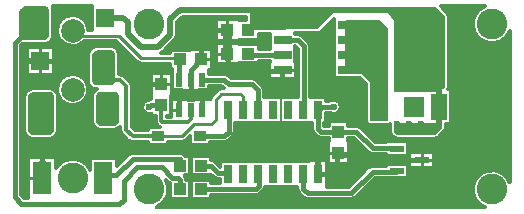
<source format=gtl>
G04 DesignSpark PCB Gerber Version 10.0 Build 5299*
G04 #@! TF.Part,Single*
G04 #@! TF.FileFunction,Copper,L1,Top*
G04 #@! TF.FilePolarity,Positive*
%FSLAX35Y35*%
%MOMM*%
G04 #@! TA.AperFunction,SMDPad,CuDef*
%ADD81R,0.60000X1.15000*%
%ADD85R,0.70000X1.52500*%
%ADD82R,1.00000X1.09000*%
%ADD28R,1.00000X1.60000*%
%ADD105R,1.40000X2.30000*%
%ADD29R,1.50000X1.60000*%
%ADD107R,1.60000X2.70000*%
%ADD106R,1.80000X1.80000*%
G04 #@! TD.AperFunction*
%ADD10C,0.20000*%
%ADD16C,0.25400*%
%ADD11C,0.30000*%
%ADD25C,0.38000*%
%ADD12C,0.38100*%
%ADD24C,0.50000*%
G04 #@! TA.AperFunction,ViaPad*
%ADD13C,0.60000*%
G04 #@! TD.AperFunction*
%ADD23C,0.80000*%
G04 #@! TA.AperFunction,ViaPad*
%ADD14C,2.00000*%
G04 #@! TA.AperFunction,WasherPad*
%ADD17C,2.60000*%
G04 #@! TA.AperFunction,SMDPad,CuDef*
%ADD108R,1.25000X0.60000*%
%ADD104R,1.52500X0.65000*%
%ADD77R,1.05000X0.85000*%
%ADD78R,1.09000X1.00000*%
G04 #@! TD.AperFunction*
X0Y0D02*
D02*
D10*
X886180Y1910280D02*
X879180Y1917280D01*
Y2149280D01*
X921180Y2181280D01*
X1093180D01*
X1117180Y2163230D01*
Y1934280D01*
X1093180Y1910280D01*
X886180D01*
G36*
X886180Y1910280D02*
X879180Y1917280D01*
Y2149280D01*
X921180Y2181280D01*
X1093180D01*
X1117180Y2163230D01*
Y1934280D01*
X1093180Y1910280D01*
X886180D01*
G37*
X1132180Y1108230D02*
X1156180Y1132230D01*
Y1432230D01*
X1139180Y1449230D01*
X978480D01*
X957480Y1428230D01*
Y1130230D01*
X979480Y1108230D01*
X1132180D01*
G36*
X1132180Y1108230D02*
X1156180Y1132230D01*
Y1432230D01*
X1139180Y1449230D01*
X978480D01*
X957480Y1428230D01*
Y1130230D01*
X979480Y1108230D01*
X1132180D01*
G37*
X1654180Y1527280D02*
X1519480D01*
X1493480Y1553280D01*
Y1775280D01*
X1529480Y1811280D01*
X1649230D01*
X1671180Y1789330D01*
Y1546280D01*
X1654180Y1527280D01*
G36*
X1654180Y1527280D02*
X1519480D01*
X1493480Y1553280D01*
Y1775280D01*
X1529480Y1811280D01*
X1649230D01*
X1671180Y1789330D01*
Y1546280D01*
X1654180Y1527280D01*
G37*
X1682180Y1186280D02*
X1706180Y1210280D01*
Y1432230D01*
X1689180Y1449230D01*
X1550180D01*
X1529180Y1428230D01*
Y1208280D01*
X1551180Y1186280D01*
X1682180D01*
G36*
X1682180Y1186280D02*
X1706180Y1210280D01*
Y1432230D01*
X1689180Y1449230D01*
X1550180D01*
X1529180Y1428230D01*
Y1208280D01*
X1551180Y1186280D01*
X1682180D01*
G37*
X2833180Y2007280D02*
X2840180Y2000280D01*
X3396180D01*
X3531180Y2135280D01*
X3991180D01*
X4051180Y2075280D01*
Y1498280D01*
X4074180Y1475280D01*
X4436180D01*
X4466180Y1505280D01*
Y2100280D01*
X4395180Y2171280D01*
X2833180D01*
Y2007280D01*
G36*
X2833180Y2007280D02*
X2840180Y2000280D01*
X3396180D01*
X3531180Y2135280D01*
X3991180D01*
X4051180Y2075280D01*
Y1498280D01*
X4074180Y1475280D01*
X4436180D01*
X4466180Y1505280D01*
Y2100280D01*
X4395180Y2171280D01*
X2833180D01*
Y2007280D01*
G37*
X3087180Y1646480D02*
Y967280D01*
X3985180Y1225280D02*
Y1994280D01*
X3920180Y2059280D01*
X3634180D01*
Y1625280D01*
X3770180D01*
X3848180Y1547280D01*
Y1225280D01*
X3985180D01*
G36*
X3985180Y1225280D02*
Y1994280D01*
X3920180Y2059280D01*
X3634180D01*
Y1625280D01*
X3770180D01*
X3848180Y1547280D01*
Y1225280D01*
X3985180D01*
G37*
X4053180Y1190280D02*
Y1127280D01*
X4070180Y1110280D01*
X4393180D01*
X4441180Y1158280D01*
Y1190280D01*
X4053180D01*
G36*
X4053180Y1190280D02*
Y1127280D01*
X4070180Y1110280D01*
X4393180D01*
X4441180Y1158280D01*
Y1190280D01*
X4053180D01*
G37*
D02*
D11*
X884230Y1856130D02*
Y592430D01*
X910330Y566330D01*
X942700D01*
Y912400D01*
X1183500D01*
Y819120D01*
G75*
G02*
X1471100Y802930I139630J-82140D01*
G01*
Y904000D01*
X1695100D01*
Y831700D01*
X1795770Y932370D01*
G75*
G02*
X1831880Y947330I36110J-36090D01*
G01*
X2234230D01*
G75*
G02*
X2279950Y919000I0J-51050D01*
G01*
X2320700D01*
Y755000D01*
X2271610D01*
G75*
G02*
X2285280Y720230I-37380J-34770D01*
G01*
Y719000D01*
X2320700D01*
Y555000D01*
X2147700D01*
Y688090D01*
G75*
G02*
X2131070Y699190I19480J47200D01*
G01*
X2114910Y715360D01*
G75*
G02*
X2035050Y487280I-141780J-78380D01*
G01*
X4811210D01*
G75*
G02*
X4711130Y636980I61920J149700D01*
G01*
G75*
G02*
X5023180Y698050I162000J0D01*
G01*
Y1975910D01*
G75*
G02*
X4711130Y2036980I-150050J61070D01*
G01*
G75*
G02*
X4812680Y2187280I162000J0D01*
G01*
X4439680D01*
X4496390Y2130570D01*
G75*
G02*
X4508960Y2100280I-30210J-30290D01*
G01*
Y1505280D01*
G75*
G02*
X4503290Y1484000I-42780J0D01*
G01*
X4530100D01*
Y1190000D01*
X4483960D01*
Y1158280D01*
G75*
G02*
X4471390Y1127990I-42780J0D01*
G01*
X4423470Y1080070D01*
G75*
G02*
X4393180Y1067500I-30290J30210D01*
G01*
X4070270D01*
G75*
G02*
X4039930Y1080030I-90J42780D01*
G01*
X4022930Y1097030D01*
G75*
G02*
X4010400Y1127280I30250J30250D01*
G01*
G75*
G02*
Y1127300I18790J10D01*
G01*
G75*
G02*
Y1127370I21800J40D01*
G01*
Y1190000D01*
X4009380D01*
G75*
G02*
X3985180Y1182500I-24200J35290D01*
G01*
X3848180D01*
G75*
G02*
X3823980Y1190000I0J42790D01*
G01*
X3816100D01*
Y1196980D01*
G75*
G02*
X3805400Y1225280I32080J28300D01*
G01*
Y1529560D01*
X3752600Y1582360D01*
Y1582000D01*
X3536100D01*
Y2079700D01*
X3426470Y1970070D01*
G75*
G02*
X3396180Y1957500I-30290J30210D01*
G01*
X3210200D01*
Y1951550D01*
X3229980D01*
G75*
G02*
X3266090Y1936590I0J-51050D01*
G01*
X3319290Y1883390D01*
G75*
G02*
X3334250Y1847280I-36090J-36110D01*
G01*
Y1416700D01*
X3471200D01*
Y1388030D01*
X3497000D01*
G75*
G02*
X3594180Y1336980I35180J-51050D01*
G01*
G75*
G02*
X3497000Y1285930I-62000J0D01*
G01*
X3471200D01*
Y1200200D01*
X3454250D01*
Y1177250D01*
X3491200D01*
Y1212700D01*
X3655200D01*
Y1177250D01*
X3724280D01*
G75*
G02*
X3760390Y1162290I0J-51050D01*
G01*
X3884330Y1038350D01*
X3973700D01*
Y1044300D01*
X4162700D01*
Y920300D01*
X3973700D01*
Y936250D01*
X3863180D01*
G75*
G02*
X3827070Y951210I0J51050D01*
G01*
X3703130Y1075150D01*
X3655200D01*
Y1043300D01*
X3663600D01*
Y853500D01*
X3482800D01*
Y1043300D01*
X3491200D01*
Y1075150D01*
X3424280D01*
G75*
G02*
X3388170Y1090110I0J51050D01*
G01*
X3367110Y1111170D01*
G75*
G02*
X3352150Y1147280I36090J36110D01*
G01*
Y1200200D01*
X2694250D01*
Y1127280D01*
G75*
G02*
X2679280Y1091160I-51060J0D01*
G01*
X2638960Y1050880D01*
G75*
G02*
X2602860Y1035950I-36070J36120D01*
G01*
X2487600D01*
Y1012500D01*
X2318600D01*
Y1089480D01*
X2284490Y1055370D01*
G75*
G02*
X2252820Y1042280I-31610J31620D01*
G01*
X2127600D01*
Y1012500D01*
X1958600D01*
Y1035980D01*
X1830570D01*
G75*
G02*
X1794420Y1050920I-80J51000D01*
G01*
X1738120Y1107220D01*
G75*
G02*
X1723180Y1143280I36060J36060D01*
G01*
G75*
G02*
Y1143300I17630J10D01*
G01*
G75*
G02*
Y1143370I20570J40D01*
G01*
Y1166780D01*
X1712430Y1156030D01*
G75*
G02*
X1682090Y1143500I-30250J30250D01*
G01*
X1551180D01*
G75*
G02*
X1520890Y1156070I0J42780D01*
G01*
X1498970Y1177990D01*
G75*
G02*
X1486400Y1208280I30210J30290D01*
G01*
Y1428230D01*
G75*
G02*
X1491500Y1448490I42790J0D01*
G01*
Y1464200D01*
X1504650D01*
X1519890Y1479440D01*
G75*
G02*
X1525970Y1484500I30290J-30210D01*
G01*
X1519480D01*
G75*
G02*
X1504830Y1487090I10J42780D01*
G01*
G75*
G02*
X1458750Y1528310I4000J50840D01*
G01*
G75*
G02*
X1450700Y1553280I34730J24980D01*
G01*
Y1775280D01*
G75*
G02*
X1463270Y1805570I42780J0D01*
G01*
X1499190Y1841490D01*
G75*
G02*
X1529480Y1854060I30290J-30210D01*
G01*
X1649230D01*
G75*
G02*
X1679520Y1841490I0J-42780D01*
G01*
X1686810Y1834200D01*
X1705500D01*
Y1814870D01*
G75*
G02*
X1713960Y1789330I-34320J-25540D01*
G01*
Y1610280D01*
X1727090D01*
G75*
G02*
X1763240Y1595340I80J-51000D01*
G01*
X1810240Y1548340D01*
G75*
G02*
X1825180Y1512280I-36060J-36060D01*
G01*
G75*
G02*
Y1512260I-17630J-10D01*
G01*
G75*
G02*
Y1512190I-20570J-30D01*
G01*
Y1164410D01*
X1851610Y1137980D01*
X1958600D01*
Y1161500D01*
X2062720D01*
G75*
G02*
X2048950Y1171050I19480J42790D01*
G01*
X2039900Y1180100D01*
G75*
G02*
X2026130Y1213330I33230J33240D01*
G01*
G75*
G02*
Y1213360I31250J20D01*
G01*
G75*
G02*
Y1213430I24310J40D01*
G01*
Y1261600D01*
X1991100D01*
Y1277620D01*
G75*
G02*
X1911110Y1336980I-17970J59360D01*
G01*
G75*
G02*
X1978300Y1398780I62020J0D01*
G01*
G75*
G02*
X1984230Y1399130I5970J-50700D01*
G01*
X1991100D01*
Y1431000D01*
X1982700D01*
Y1620800D01*
X2163500D01*
Y1431000D01*
X2155100D01*
Y1261600D01*
X2120130D01*
Y1251280D01*
X2157700D01*
Y1405200D01*
X2298500D01*
Y1396800D01*
X2347700D01*
Y1405200D01*
X2488500D01*
Y1398620D01*
G75*
G02*
X2501570Y1428890I44680J-1330D01*
G01*
X2551570Y1478890D01*
G75*
G02*
X2583240Y1491980I31610J-31620D01*
G01*
X2606280D01*
X2582030Y1516230D01*
X2480100D01*
Y1477800D01*
X2393500D01*
Y1469400D01*
X2252700D01*
Y1477800D01*
X2166100D01*
Y1655200D01*
X2147700D01*
Y1702580D01*
X1903240D01*
G75*
G02*
X1871570Y1715670I-60J44710D01*
G01*
X1693610Y1893630D01*
X1421200D01*
G75*
G02*
X1191130Y1981980I-98070J88350D01*
G01*
G75*
G02*
X1455130Y1983030I132000J0D01*
G01*
X1491500D01*
Y2187280D01*
X1155500D01*
Y2182250D01*
G75*
G02*
X1159960Y2163230I-38320J-19020D01*
G01*
Y1934370D01*
G75*
G02*
Y1934300I-21800J-30D01*
G01*
G75*
G02*
Y1934280I-18790J-10D01*
G01*
G75*
G02*
X1147430Y1904030I-42780J0D01*
G01*
X1123430Y1880030D01*
G75*
G02*
X1093090Y1867500I-30250J30250D01*
G01*
X895600D01*
X884230Y1856130D01*
X4175300Y957700D02*
X4381100D01*
Y816900D01*
X4175300D01*
Y957700D01*
X3973700Y854300D02*
X4162700D01*
Y730300D01*
X3973700D01*
Y736230D01*
X3884330D01*
X3719290Y571190D01*
G75*
G02*
X3683180Y556230I-36110J36090D01*
G01*
X3313180D01*
G75*
G02*
X3277070Y571190I0J51050D01*
G01*
X3241090Y607170D01*
G75*
G02*
X3226130Y643280I36090J36110D01*
G01*
Y657800D01*
X2953360D01*
G75*
G02*
X2939220Y631100I-50160J9470D01*
G01*
X2909010Y600930D01*
G75*
G02*
X2872880Y585950I-36130J36070D01*
G01*
X2498500D01*
Y555000D01*
X2325500D01*
Y719000D01*
X2498500D01*
Y688050D01*
X2575200D01*
Y726250D01*
X2553180D01*
G75*
G02*
X2517070Y741210I0J51050D01*
G01*
X2498500Y759780D01*
Y755000D01*
X2325500D01*
Y919000D01*
X2498500D01*
Y887800D01*
G75*
G02*
X2529590Y873090I-5010J-50810D01*
G01*
X2574330Y828350D01*
X2575200D01*
Y874300D01*
X3328800D01*
Y882700D01*
X3479600D01*
Y658330D01*
X3662030D01*
X3827070Y823370D01*
G75*
G02*
X3863180Y838330I36110J-36090D01*
G01*
X3973700D01*
Y854300D01*
X1191580Y1482280D02*
G75*
G02*
X1455580I132000J0D01*
G01*
G75*
G02*
X1197680Y1442620I-132000J0D01*
G01*
G75*
G02*
X1198960Y1432230I-41520J-10390D01*
G01*
G75*
G02*
Y1432210I-18790J-10D01*
G01*
G75*
G02*
Y1432140I-21800J-30D01*
G01*
Y1132320D01*
G75*
G02*
Y1132250I-21800J-30D01*
G01*
G75*
G02*
Y1132230I-18790J-10D01*
G01*
G75*
G02*
X1186430Y1101980I-42780J0D01*
G01*
X1162430Y1077980D01*
G75*
G02*
X1132090Y1065450I-30250J30250D01*
G01*
X979480D01*
G75*
G02*
X949190Y1078020I0J42780D01*
G01*
X927270Y1099940D01*
G75*
G02*
X914700Y1130230I30210J30290D01*
G01*
Y1428230D01*
G75*
G02*
X927270Y1458520I42780J0D01*
G01*
X948190Y1479440D01*
G75*
G02*
X978480Y1492010I30290J-30210D01*
G01*
X1139090D01*
G75*
G02*
X1169430Y1479480I90J-42780D01*
G01*
X1186430Y1462480D01*
G75*
G02*
X1196570Y1446330I-30250J-30250D01*
G01*
G75*
G02*
X1191580Y1482280I127010J35950D01*
G01*
X933100Y1842600D02*
X1163900D01*
Y1601800D01*
X933100D01*
Y1842600D01*
X899230Y887300D02*
G36*
X899230Y887300D02*
Y577430D01*
X910330Y566330D01*
X942700D01*
Y887300D01*
X899230D01*
G37*
X1183500D02*
G36*
X1183500Y887300D02*
Y819120D01*
G75*
G02*
X1262740Y887300I139630J-82150D01*
G01*
X1183500D01*
G37*
X1383520D02*
G36*
X1383520Y887300D02*
G75*
G02*
X1471100Y802930I-60390J-150330D01*
G01*
Y887300D01*
X1383520D01*
G37*
X1695100D02*
G36*
X1695100Y887300D02*
Y831700D01*
X1750700Y887300D01*
X1695100D01*
G37*
X2131070Y699190D02*
G36*
X2131070Y699190D02*
X2114910Y715360D01*
G75*
G02*
X2135130Y636980I-141800J-78380D01*
G01*
G75*
G02*
X2063130Y502280I-162000J0D01*
G01*
X4783120D01*
G75*
G02*
X4711130Y636960I89980J134680D01*
G01*
G75*
G02*
Y636980I190990J10D01*
G01*
G75*
G02*
Y636990I286480J10D01*
G01*
G75*
G02*
X5008180Y726460I162000J0D01*
G01*
Y887300D01*
X4381100D01*
Y816900D01*
X4175300D01*
Y887300D01*
X3663600D01*
Y853500D01*
X3482800D01*
Y887300D01*
X2502180D01*
G75*
G02*
X2529590Y873090I-8710J-50340D01*
G01*
X2574330Y828350D01*
X2575200D01*
Y874300D01*
X3328800D01*
Y882700D01*
X3479600D01*
Y658330D01*
X3662030D01*
X3827070Y823370D01*
G75*
G02*
X3863180Y838330I36130J-36140D01*
G01*
X3973700D01*
Y854300D01*
X4162700D01*
Y730300D01*
X3973700D01*
Y736230D01*
X3884330D01*
X3719290Y571190D01*
G75*
G02*
X3683180Y556230I-36130J36140D01*
G01*
X3313180D01*
G75*
G02*
X3277070Y571190I20J51100D01*
G01*
X3241090Y607170D01*
G75*
G02*
X3226130Y643280I36140J36130D01*
G01*
Y657800D01*
X2953360D01*
G75*
G02*
X2939220Y631100I-50170J9480D01*
G01*
X2909010Y600930D01*
G75*
G02*
X2872880Y585950I-36110J36020D01*
G01*
X2498500D01*
Y555000D01*
X2325500D01*
Y719000D01*
X2498500D01*
Y688050D01*
X2575200D01*
Y726250D01*
X2553180D01*
G75*
G02*
X2517070Y741210I20J51100D01*
G01*
X2498500Y759780D01*
Y755000D01*
X2325500D01*
Y887300D01*
X2320700D01*
Y755000D01*
X2271610D01*
G75*
G02*
X2285280Y720230I-37380J-34770D01*
G01*
Y719000D01*
X2320700D01*
Y555000D01*
X2147700D01*
Y688090D01*
G75*
G02*
X2131070Y699190I19590J47350D01*
G01*
G37*
X899230Y1339860D02*
G36*
X899230Y1339860D02*
Y887300D01*
X942700D01*
Y912400D01*
X1183500D01*
Y887300D01*
X1262740D01*
G75*
G02*
X1383520I60390J-150330D01*
G01*
X1471100D01*
Y904000D01*
X1695100D01*
Y887300D01*
X1750700D01*
X1795770Y932370D01*
G75*
G02*
X1831880Y947330I36130J-36140D01*
G01*
X2234230D01*
G75*
G02*
X2279950Y919000I-20J-51080D01*
G01*
X2320700D01*
Y887300D01*
X2325500D01*
Y919000D01*
X2498500D01*
Y887800D01*
G75*
G02*
X2502180Y887300I-5030J-50830D01*
G01*
X3482800D01*
Y1043300D01*
X3491200D01*
Y1075150D01*
X3424280D01*
G75*
G02*
X3388170Y1090110I20J51100D01*
G01*
X3367110Y1111170D01*
G75*
G02*
X3352150Y1147280I36140J36130D01*
G01*
Y1200200D01*
X2694250D01*
Y1127280D01*
G75*
G02*
X2679280Y1091160I-51060J0D01*
G01*
X2638960Y1050880D01*
G75*
G02*
X2602860Y1035950I-36110J36200D01*
G01*
X2487600D01*
Y1012500D01*
X2318600D01*
Y1089480D01*
X2284490Y1055370D01*
G75*
G02*
X2252820Y1042280I-31610J31610D01*
G01*
X2127600D01*
Y1012500D01*
X1958600D01*
Y1035980D01*
X1830570D01*
G75*
G02*
X1794420Y1050920I-60J51060D01*
G01*
X1738120Y1107220D01*
G75*
G02*
X1723180Y1143260I36000J36040D01*
G01*
G75*
G02*
Y1143280I49820J10D01*
G01*
Y1143300D01*
Y1143370D01*
Y1166780D01*
X1712430Y1156030D01*
G75*
G02*
X1682090Y1143500I-30250J30260D01*
G01*
X1551180D01*
G75*
G02*
X1520890Y1156070I10J42800D01*
G01*
X1498970Y1177990D01*
G75*
G02*
X1486400Y1208280I30230J30300D01*
G01*
Y1339860D01*
X1198960D01*
Y1132320D01*
Y1132250D01*
Y1132230D01*
G75*
G02*
X1186430Y1101980I-42830J20D01*
G01*
X1162430Y1077980D01*
G75*
G02*
X1132090Y1065450I-30250J30260D01*
G01*
X979480D01*
G75*
G02*
X949190Y1078020I10J42800D01*
G01*
X927270Y1099940D01*
G75*
G02*
X914700Y1130230I30230J30300D01*
G01*
Y1339860D01*
X899230D01*
G37*
X1825180D02*
G36*
X1825180Y1339860D02*
Y1164410D01*
X1851610Y1137980D01*
X1958600D01*
Y1161500D01*
X2062720D01*
G75*
G02*
X2048950Y1171050I19660J43050D01*
G01*
X2039900Y1180100D01*
G75*
G02*
X2026130Y1213330I33250J33250D01*
G01*
Y1213360D01*
Y1213430D01*
Y1261600D01*
X1991100D01*
Y1277620D01*
G75*
G02*
X1911110Y1336980I-17960J59370D01*
G01*
G75*
G02*
X1911180Y1339860I62040J-70D01*
G01*
X1825180D01*
G37*
X2120130Y1261600D02*
G36*
X2120130Y1261600D02*
Y1251280D01*
X2157700D01*
Y1339860D01*
X2155100D01*
Y1261600D01*
X2120130D01*
G37*
X3454250Y1200200D02*
G36*
X3454250Y1200200D02*
Y1177250D01*
X3491200D01*
Y1212700D01*
X3655200D01*
Y1177250D01*
X3724280D01*
G75*
G02*
X3760390Y1162290I-20J-51100D01*
G01*
X3884330Y1038350D01*
X3973700D01*
Y1044300D01*
X4162700D01*
Y920300D01*
X3973700D01*
Y936250D01*
X3863180D01*
G75*
G02*
X3827070Y951210I20J51100D01*
G01*
X3703130Y1075150D01*
X3655200D01*
Y1043300D01*
X3663600D01*
Y887300D01*
X4175300D01*
Y957700D01*
X4381100D01*
Y887300D01*
X5008180D01*
Y1339860D01*
X4530100D01*
Y1190000D01*
X4483960D01*
Y1158280D01*
G75*
G02*
X4471390Y1127990I-42800J10D01*
G01*
X4423470Y1080070D01*
G75*
G02*
X4393180Y1067500I-30300J30230D01*
G01*
X4070270D01*
G75*
G02*
X4039930Y1080030I-90J42790D01*
G01*
X4022930Y1097030D01*
G75*
G02*
X4010400Y1127280I30300J30270D01*
G01*
Y1127300D01*
Y1127370D01*
Y1190000D01*
X4009380D01*
G75*
G02*
X3985180Y1182500I-24210J35320D01*
G01*
X3848180D01*
G75*
G02*
X3823980Y1190000I10J42820D01*
G01*
X3816100D01*
Y1196980D01*
G75*
G02*
X3805400Y1225250I32000J28270D01*
G01*
G75*
G02*
Y1225280I49110J20D01*
G01*
Y1339860D01*
X3594110D01*
G75*
G02*
X3594180Y1336980I-61990J-2950D01*
G01*
G75*
G02*
X3497000Y1285930I-62000J0D01*
G01*
X3471200D01*
Y1200200D01*
X3454250D01*
G37*
X899230Y1722200D02*
G36*
X899230Y1722200D02*
Y1339860D01*
X914700D01*
Y1428230D01*
G75*
G02*
X927270Y1458520I42800J-10D01*
G01*
X948190Y1479440D01*
G75*
G02*
X978480Y1492010I30300J-30230D01*
G01*
X1139090D01*
G75*
G02*
X1169430Y1479480I90J-42790D01*
G01*
X1186430Y1462480D01*
G75*
G02*
X1196570Y1446330I-30240J-30240D01*
G01*
G75*
G02*
X1191580Y1482230I126630J35900D01*
G01*
G75*
G02*
Y1482280I124560J30D01*
G01*
G75*
G02*
X1455580I132000J0D01*
G01*
G75*
G02*
X1197680Y1442620I-132000J10D01*
G01*
G75*
G02*
X1198960Y1432240I-41440J-10380D01*
G01*
G75*
G02*
Y1432230I-40930J0D01*
G01*
Y1432210D01*
Y1432140D01*
Y1339860D01*
X1486400D01*
Y1428230D01*
G75*
G02*
Y1428270I39510J20D01*
G01*
G75*
G02*
X1491500Y1448490I42630J0D01*
G01*
Y1464200D01*
X1504650D01*
X1519890Y1479440D01*
G75*
G02*
X1525970Y1484500I30120J-30010D01*
G01*
X1519480D01*
G75*
G02*
X1504830Y1487090I-30J42560D01*
G01*
G75*
G02*
X1458750Y1528310I4000J50830D01*
G01*
G75*
G02*
X1450700Y1553260I34640J24950D01*
G01*
G75*
G02*
Y1553280I47750J10D01*
G01*
Y1722200D01*
X1163900D01*
Y1601800D01*
X933100D01*
Y1722200D01*
X899230D01*
G37*
X1713960D02*
G36*
X1713960Y1722200D02*
Y1610280D01*
X1727090D01*
G75*
G02*
X1763240Y1595340I60J-51060D01*
G01*
X1810240Y1548340D01*
G75*
G02*
X1825180Y1512300I-36000J-36040D01*
G01*
G75*
G02*
Y1512280I-49820J-10D01*
G01*
Y1512260D01*
Y1512190D01*
Y1339860D01*
X1911180D01*
G75*
G02*
X1978300Y1398780I61950J-2880D01*
G01*
G75*
G02*
X1984230Y1399130I6010J-51500D01*
G01*
X1991100D01*
Y1431000D01*
X1982700D01*
Y1620800D01*
X2163500D01*
Y1431000D01*
X2155100D01*
Y1339860D01*
X2157700D01*
Y1405200D01*
X2298500D01*
Y1396800D01*
X2347700D01*
Y1405200D01*
X2488500D01*
Y1398620D01*
G75*
G02*
X2501570Y1428890I44680J-1330D01*
G01*
X2551570Y1478890D01*
G75*
G02*
X2583240Y1491980I31610J-31610D01*
G01*
X2606280D01*
X2582030Y1516230D01*
X2480100D01*
Y1477800D01*
X2393500D01*
Y1469400D01*
X2252700D01*
Y1477800D01*
X2166100D01*
Y1655200D01*
X2147700D01*
Y1702580D01*
X1903240D01*
G75*
G02*
X1871570Y1715670I-60J44700D01*
G01*
X1865040Y1722200D01*
X1713960D01*
G37*
X3334250D02*
G36*
X3334250Y1722200D02*
Y1416700D01*
X3471200D01*
Y1388030D01*
X3497000D01*
G75*
G02*
X3594110Y1339860I35180J-51050D01*
G01*
X3805400D01*
Y1529560D01*
X3752600Y1582360D01*
Y1582000D01*
X3536100D01*
Y1722200D01*
X3334250D01*
G37*
X4508960D02*
G36*
X4508960Y1722200D02*
Y1505280D01*
G75*
G02*
Y1505270I-40930J0D01*
G01*
G75*
G02*
X4503290Y1484000I-42730J0D01*
G01*
X4530100D01*
Y1339860D01*
X5008180D01*
Y1722200D01*
X4508960D01*
G37*
X899230Y1867500D02*
G36*
X899230Y1867500D02*
Y1722200D01*
X933100D01*
Y1842600D01*
X1163900D01*
Y1722200D01*
X1450700D01*
Y1775280D01*
G75*
G02*
X1463270Y1805570I42800J-10D01*
G01*
X1499190Y1841490D01*
G75*
G02*
X1529480Y1854060I30300J-30230D01*
G01*
X1649230D01*
G75*
G02*
X1679520Y1841490I-10J-42800D01*
G01*
X1686810Y1834200D01*
X1705500D01*
Y1814870D01*
G75*
G02*
X1713960Y1789330I-34340J-25540D01*
G01*
Y1722200D01*
X1865040D01*
X1693610Y1893630D01*
X1421200D01*
G75*
G02*
X1191130Y1981970I-98070J88340D01*
G01*
G75*
G02*
Y1981980I286480J10D01*
G01*
G75*
G02*
X1455130Y1983030I132000J0D01*
G01*
X1491500D01*
Y2172280D01*
X1158990D01*
G75*
G02*
X1159960Y2163230I-41820J-9060D01*
G01*
Y1934370D01*
Y1934300D01*
Y1934280D01*
G75*
G02*
X1147430Y1904030I-42830J20D01*
G01*
X1123430Y1880030D01*
G75*
G02*
X1093090Y1867500I-30250J30260D01*
G01*
X899230D01*
G37*
X3210200Y1957500D02*
G36*
X3210200Y1957500D02*
Y1951550D01*
X3229980D01*
G75*
G02*
X3266090Y1936590I-20J-51100D01*
G01*
X3319290Y1883390D01*
G75*
G02*
X3334250Y1847280I-36140J-36130D01*
G01*
Y1722200D01*
X3536100D01*
Y2079700D01*
X3426470Y1970070D01*
G75*
G02*
X3396180Y1957500I-30300J30230D01*
G01*
X3210200D01*
G37*
X4454680Y2172280D02*
G36*
X4454680Y2172280D02*
X4496390Y2130570D01*
G75*
G02*
X4508960Y2100280I-30230J-30300D01*
G01*
Y1722200D01*
X5008180D01*
Y1947500D01*
G75*
G02*
X4711130Y2036970I-135050J89470D01*
G01*
G75*
G02*
Y2036980I572960J10D01*
G01*
G75*
G02*
X4784040Y2172280I162030J-20D01*
G01*
X4454680D01*
G37*
X2086490Y1802970D02*
G75*
G02*
X2071030Y1791980I-40290J40310D01*
G01*
X2147700D01*
Y1819200D01*
X2317100D01*
Y1827600D01*
X2506900D01*
Y1646800D01*
X2480100D01*
Y1618330D01*
X2603180D01*
G75*
G02*
X2639290Y1603370I0J-51050D01*
G01*
X2664330Y1578330D01*
X2843180D01*
G75*
G02*
X2879290Y1563370I0J-51050D01*
G01*
X2929270Y1513390D01*
G75*
G02*
X2944230Y1477280I-36090J-36110D01*
G01*
Y1416700D01*
X3232150D01*
Y1826130D01*
X3210200Y1848080D01*
Y1719400D01*
X3218600D01*
Y1573600D01*
X2985300D01*
Y1719400D01*
X2993700D01*
Y1726250D01*
X2898500D01*
Y1705000D01*
X2729100D01*
Y1696600D01*
X2539300D01*
Y1877400D01*
X2729100D01*
Y1869000D01*
X2898500D01*
Y1828350D01*
X2993700D01*
Y1955280D01*
X2898500D01*
Y1905000D01*
X2729100D01*
Y1896600D01*
X2539300D01*
Y2077400D01*
X2729100D01*
Y2069000D01*
X2790400D01*
Y2100280D01*
X2253790D01*
X2208180Y2054670D01*
Y1948280D01*
G75*
G02*
X2191490Y1907970I-57000J-10D01*
G01*
X2086490Y1802970D01*
G36*
X2086490Y1802970D02*
G75*
G02*
X2071030Y1791980I-40290J40310D01*
G01*
X2147700D01*
Y1819200D01*
X2317100D01*
Y1827600D01*
X2506900D01*
Y1646800D01*
X2480100D01*
Y1618330D01*
X2603180D01*
G75*
G02*
X2639290Y1603370I0J-51050D01*
G01*
X2664330Y1578330D01*
X2843180D01*
G75*
G02*
X2879290Y1563370I0J-51050D01*
G01*
X2929270Y1513390D01*
G75*
G02*
X2944230Y1477280I-36090J-36110D01*
G01*
Y1416700D01*
X3232150D01*
Y1826130D01*
X3210200Y1848080D01*
Y1719400D01*
X3218600D01*
Y1573600D01*
X2985300D01*
Y1719400D01*
X2993700D01*
Y1726250D01*
X2898500D01*
Y1705000D01*
X2729100D01*
Y1696600D01*
X2539300D01*
Y1877400D01*
X2729100D01*
Y1869000D01*
X2898500D01*
Y1828350D01*
X2993700D01*
Y1955280D01*
X2898500D01*
Y1905000D01*
X2729100D01*
Y1896600D01*
X2539300D01*
Y2077400D01*
X2729100D01*
Y2069000D01*
X2790400D01*
Y2100280D01*
X2253790D01*
X2208180Y2054670D01*
Y1948280D01*
G75*
G02*
X2191490Y1907970I-57000J-10D01*
G01*
X2086490Y1802970D01*
G37*
X2323130Y1307280D02*
Y1229230D01*
X2298180Y1204280D01*
X2082180D01*
X2073130Y1213330D01*
Y1348080D01*
D02*
D12*
X1048480Y1722230D02*
X1318130D01*
X1453180Y1857280D01*
X1703180D01*
X1883180Y1677280D01*
Y1567280D01*
X1923180Y1527280D01*
X2071730D01*
X2073130Y1525880D01*
X1060180Y852280D02*
Y966980D01*
X2073130Y1348080D02*
X1984230D01*
X1973130Y1336980D01*
X2228130Y1307280D02*
Y1418280D01*
X2253180D01*
X2228130Y1567280D02*
Y1731130D01*
X2234230Y1737230D01*
Y636980D02*
Y720230D01*
X2219180Y735280D01*
X2167180D01*
X2076180Y826280D01*
X1871180D01*
X1755180Y710280D01*
Y550280D01*
X1720180Y515280D01*
X889180D01*
X833180Y571280D01*
Y1877280D01*
X904180Y1948280D01*
X918180D01*
X2234230Y836980D02*
Y896280D01*
X1831880D01*
X1691880Y756280D01*
X1602430D01*
X1583130Y736980D01*
X2253180Y1418280D02*
X2323130D01*
Y1567280D02*
Y1418280D01*
Y1567280D02*
Y1648330D01*
X2412030Y1737230D01*
X2403130Y1086980D02*
X2602880D01*
X2643180Y1127280D01*
Y1307480D01*
X2642180Y1308480D01*
X2412030Y636980D02*
X2872880D01*
X2903180Y667280D01*
Y759080D01*
X2896180Y766080D01*
X2412030Y836980D02*
X2493480D01*
X2553180Y777280D01*
X2630980D01*
X2642180Y766080D01*
X2412030Y1737230D02*
Y1949130D01*
X2451180Y1988280D01*
X2658580D01*
X2657280Y1986980D01*
X2634230D01*
X2418130Y1307280D02*
Y1398330D01*
X2398180Y1418280D01*
X2323130D01*
X2418130Y1567280D02*
X2603180D01*
X2643180Y1527280D01*
X2843180D01*
X2893180Y1477280D01*
Y1311480D01*
X2896180Y1308480D01*
X2627180Y1834930D02*
X2634230Y1827880D01*
Y1786980D01*
Y1986980D02*
X2608830Y1951630D01*
X2627180Y1933280D01*
X2877930Y2027280D02*
X2812030Y1986980D01*
X3101930Y1646480D02*
Y1637280D01*
X2650980D01*
X2635180Y1653080D01*
Y1739030D01*
X2634230Y1739980D01*
Y1786980D01*
X3101930Y1773480D02*
Y1777280D01*
X2808730D01*
X2812030Y1780580D01*
Y1786980D01*
X3101930Y1900480D02*
X3229980D01*
X3283180Y1847280D01*
Y1314480D01*
X3277180Y1308480D01*
X3101930Y2027480D02*
Y2157280D01*
X3277180Y766080D02*
Y643280D01*
X3313180Y607280D01*
X3683180D01*
X3863180Y787280D01*
X4063180D01*
X4068180Y792280D01*
X3404180Y766080D02*
X3531980D01*
X3563180Y797280D01*
Y938380D01*
X3573180Y948380D01*
X3532180Y1336980D02*
X3432680D01*
X3404180Y1308480D01*
X3573180Y1126180D02*
X3424280D01*
X3403180Y1147280D01*
Y1307480D01*
X3404180Y1308480D01*
X3573180Y1126180D02*
X3724280D01*
X3863180Y987280D01*
X4063180D01*
X4068180Y982280D01*
X3644330Y1773480D02*
Y1646480D01*
Y1900480D02*
Y1773480D01*
Y2027480D02*
Y1900480D01*
X3918130Y1336980D02*
Y1645280D01*
X4073130Y1486980D02*
X4173130D01*
X4273130D01*
X4178180Y1125880D02*
X4074180D01*
Y1185930D01*
X4073130Y1186980D01*
X4178180Y1125880D02*
Y1181930D01*
X4173130Y1186980D01*
X4178180Y1125880D02*
X4274180D01*
Y1185930D01*
X4273130Y1186980D01*
X4274180Y1125880D02*
X4385780D01*
X4422180Y1162280D01*
X4278180Y887280D02*
X3813180D01*
X3773180Y927280D01*
X3594280D01*
X3573180Y948380D01*
X4422180Y1331030D02*
X4428130Y1336980D01*
X4423180Y1487280D02*
X4273430D01*
X4273130Y1486980D01*
D02*
D13*
X1973130Y1336980D03*
X3532180D03*
X4073130Y1186980D03*
Y1486980D03*
X4173130Y1186980D03*
Y1486980D03*
X4273130Y1186980D03*
Y1486980D03*
D02*
D14*
X1323130Y1981980D03*
X1323580Y1482280D03*
D02*
D16*
X986180Y1722230D02*
X933100D01*
X995830Y736980D02*
X942700D01*
X1048480Y1654930D02*
Y1601800D01*
Y1789530D02*
Y1842600D01*
X1063130Y859280D02*
Y912400D01*
X1110780Y1722230D02*
X1163900D01*
X1623480D02*
X1652180D01*
X2035830Y1525880D02*
X1982700D01*
X2043130Y1086980D02*
X2252880D01*
X2353180Y1187280D01*
X2493180D01*
X2533180Y1227280D01*
Y1397280D01*
X2583180Y1447280D01*
X2743180D01*
X2763180Y1427280D01*
Y1314480D01*
X2769180Y1308480D01*
X2073130Y1525880D02*
X2144580D01*
X2153180Y1517280D01*
Y1447280D01*
X2173180Y1427280D01*
X2252180D01*
X2253180Y1426280D01*
Y1418280D01*
X2073130Y1567680D02*
Y1620800D01*
X2110430Y1525880D02*
X2163500D01*
X2210830Y1307280D02*
X2157700D01*
X2228130Y1352080D02*
Y1405200D01*
X2234230Y1737230D02*
Y1747280D01*
X1903180D01*
X1712130Y1938330D01*
X1402780D01*
X1359130Y1981980D01*
X1323130D01*
X2323130Y1522480D02*
Y1469400D01*
X2412030Y1774530D02*
Y1827600D01*
X2418130Y1352080D02*
Y1405200D01*
X2453830Y1737230D02*
X2506900D01*
X2592430Y1786980D02*
X2539300D01*
X2592430Y1986980D02*
X2539300D01*
X2634230Y1749680D02*
Y1696600D01*
Y1824280D02*
Y1877400D01*
Y1949680D02*
Y1896600D01*
Y2024280D02*
Y2077400D01*
X3038380Y1646480D02*
X2985300D01*
X3087180Y967280D02*
Y966980D01*
X3101930Y1626680D02*
Y1573600D01*
Y1646480D02*
X3087180D01*
X3165480D02*
X3218600D01*
X3404180Y829630D02*
Y882700D01*
X3426480Y766080D02*
X3479600D01*
X3535880Y948380D02*
X3482800D01*
X3573180Y906580D02*
Y853500D01*
X3610480Y948380D02*
X3663600D01*
X4228380Y887280D02*
X4175300D01*
X4278180Y869980D02*
Y816900D01*
Y904580D02*
Y957700D01*
X4327980Y887280D02*
X4381100D01*
D02*
D17*
X1323130Y736980D03*
X1973130Y636980D03*
Y2036980D03*
X4873130Y636980D03*
Y2036980D03*
D02*
D23*
X1063130Y736980D02*
Y852280D01*
X1060180D01*
X2627180Y1933280D02*
Y1834930D01*
X3101930Y2027480D02*
X3113180D01*
Y2027280D01*
X2877930D01*
D02*
D24*
X1048480Y1722230D02*
X934130D01*
X899180Y1687280D01*
Y1029980D01*
X962180Y966980D01*
X1060180D01*
X1598480Y2092230D02*
Y2089280D01*
X1753230D01*
X1789180Y2053330D01*
Y1954280D01*
X1900180Y1843280D01*
X2046180D01*
X2151180Y1948280D01*
Y2078280D01*
X2230180Y2157280D01*
X3101930D01*
X3087180Y966980D02*
X1060180D01*
X3087180Y967280D02*
X3373180D01*
X3403180Y937280D01*
Y767080D01*
X3404180Y766080D01*
X3101930Y2157280D02*
X4374180D01*
X4423180Y2108280D01*
Y1487280D01*
X4422180Y1162280D02*
Y1331030D01*
X4423180Y1487280D02*
Y1355030D01*
X4428130Y1350080D01*
Y1336980D01*
D02*
D25*
X1508830Y1537930D02*
Y1594930D01*
X1568530D01*
X1615180Y1548280D01*
Y1551280D01*
X1607180Y1559280D01*
X1727180D01*
X1774180Y1512280D01*
Y1143280D01*
X1830480Y1086980D01*
X2043130D01*
D02*
D28*
X1623480Y1722230D03*
D02*
D29*
X1048480Y1352230D03*
Y1722230D03*
Y2092230D03*
X1598480Y1352230D03*
Y2092230D03*
D02*
D77*
X2043130Y1086980D03*
X2403130D03*
D02*
D78*
X2234230Y636980D03*
Y836980D03*
Y1737230D03*
X2412030Y636980D03*
Y836980D03*
Y1737230D03*
X2634230Y1786980D03*
Y1986980D03*
X2812030Y1786980D03*
Y1986980D03*
D02*
D81*
X2228130Y1307280D03*
Y1567280D03*
X2323130Y1307280D03*
Y1567280D03*
X2418130Y1307280D03*
Y1567280D03*
D02*
D82*
X2073130Y1348080D03*
Y1525880D03*
X3573180Y948380D03*
Y1126180D03*
D02*
D85*
X2642180Y766080D03*
Y1308480D03*
X2769180Y766080D03*
Y1308480D03*
X2896180Y766080D03*
Y1308480D03*
X3023180Y766080D03*
Y1308480D03*
X3150180Y766080D03*
Y1308480D03*
X3277180Y766080D03*
Y1308480D03*
X3404180Y766080D03*
Y1308480D03*
D02*
D104*
X3101930Y1646480D03*
Y1773480D03*
Y1900480D03*
Y2027480D03*
X3644330Y1646480D03*
Y1773480D03*
Y1900480D03*
Y2027480D03*
D02*
D105*
X3918130Y1336980D03*
X4428130D03*
D02*
D106*
X4212630D03*
D02*
D107*
X1063130Y736980D03*
X1583130D03*
D02*
D108*
X4068180Y792280D03*
Y982280D03*
X4278180Y887280D03*
X0Y0D02*
M02*

</source>
